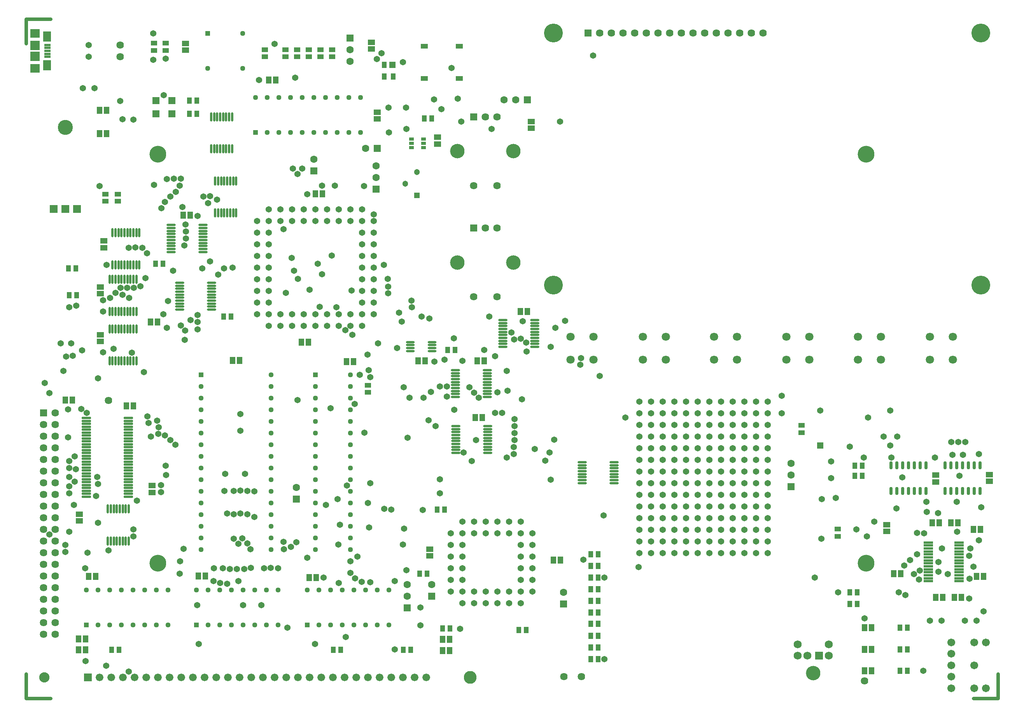
<source format=gts>
%FSLAX25Y25*%
%MOIN*%
G70*
G01*
G75*
G04 Layer_Color=8388736*
%ADD10R,0.04331X0.05512*%
%ADD11R,0.08071X0.01772*%
%ADD12R,0.08071X0.01772*%
%ADD13R,0.05512X0.04331*%
%ADD14O,0.08000X0.01600*%
%ADD15O,0.01575X0.07480*%
%ADD16R,0.05118X0.03937*%
%ADD17R,0.03937X0.05118*%
%ADD18O,0.07480X0.01575*%
%ADD19R,0.07480X0.07087*%
%ADD20R,0.05315X0.01575*%
%ADD21R,0.06299X0.08268*%
%ADD22R,0.07480X0.07480*%
%ADD23O,0.02559X0.06693*%
%ADD24R,0.04000X0.02600*%
%ADD25R,0.05512X0.03937*%
%ADD26R,0.05906X0.05906*%
%ADD27O,0.07087X0.01575*%
%ADD28R,0.03500X0.05000*%
%ADD29R,0.05000X0.05000*%
%ADD30C,0.03000*%
%ADD31C,0.00700*%
%ADD32C,0.00800*%
%ADD33C,0.01000*%
%ADD34R,0.05906X0.05906*%
%ADD35C,0.05906*%
%ADD36C,0.04724*%
%ADD37R,0.04724X0.04724*%
%ADD38C,0.06000*%
%ADD39C,0.04000*%
%ADD40R,0.04000X0.04000*%
%ADD41R,0.05000X0.05000*%
%ADD42C,0.05000*%
%ADD43R,0.06500X0.06500*%
%ADD44C,0.06500*%
%ADD45C,0.12000*%
%ADD46C,0.14000*%
%ADD47R,0.06000X0.06000*%
%ADD48C,0.06693*%
%ADD49C,0.06299*%
%ADD50R,0.04000X0.04000*%
%ADD51C,0.15748*%
%ADD52R,0.06000X0.06000*%
%ADD53C,0.06200*%
%ADD54R,0.06200X0.06200*%
%ADD55C,0.08400*%
%ADD56C,0.10600*%
%ADD57C,0.12500*%
%ADD58C,0.00984*%
%ADD59C,0.00787*%
%ADD60C,0.01200*%
%ADD61C,0.00600*%
%ADD62R,0.04731X0.05912*%
%ADD63R,0.08471X0.02172*%
%ADD64R,0.08471X0.02172*%
%ADD65R,0.05912X0.04731*%
%ADD66O,0.08400X0.02000*%
%ADD67O,0.01975X0.07880*%
%ADD68R,0.05518X0.04337*%
%ADD69R,0.04337X0.05518*%
%ADD70O,0.07880X0.01975*%
%ADD71R,0.07880X0.07487*%
%ADD72R,0.05715X0.01975*%
%ADD73R,0.06699X0.08668*%
%ADD74R,0.07880X0.07880*%
%ADD75O,0.02959X0.07093*%
%ADD76R,0.04400X0.03000*%
%ADD77R,0.05912X0.04337*%
%ADD78R,0.06306X0.06306*%
%ADD79O,0.07487X0.01975*%
%ADD80R,0.03900X0.05400*%
%ADD81R,0.05400X0.05400*%
%ADD82R,0.06306X0.06306*%
%ADD83C,0.06306*%
%ADD84C,0.05124*%
%ADD85R,0.05124X0.05124*%
%ADD86C,0.06400*%
%ADD87C,0.04400*%
%ADD88R,0.04400X0.04400*%
%ADD89R,0.05400X0.05400*%
%ADD90C,0.05400*%
%ADD91R,0.06900X0.06900*%
%ADD92C,0.06900*%
%ADD93C,0.12400*%
%ADD94C,0.14400*%
%ADD95R,0.06400X0.06400*%
%ADD96C,0.07093*%
%ADD97C,0.06699*%
%ADD98R,0.04400X0.04400*%
%ADD99C,0.16148*%
%ADD100R,0.06400X0.06400*%
%ADD101C,0.06600*%
%ADD102R,0.06600X0.06600*%
%ADD103C,0.08800*%
%ADD104C,0.11000*%
%ADD105C,0.12900*%
D30*
X98500Y98500D02*
Y119500D01*
X931500Y98500D02*
Y119500D01*
X98500Y660500D02*
Y681500D01*
Y98500D02*
X119500D01*
X910500D02*
X931500D01*
X98500Y681500D02*
X119500D01*
D62*
X878047Y185000D02*
D03*
X883953D02*
D03*
X205047Y421500D02*
D03*
X210953D02*
D03*
X233047Y513000D02*
D03*
X238953D02*
D03*
X306547Y629000D02*
D03*
X312453D02*
D03*
X352453Y531500D02*
D03*
X346547D02*
D03*
X167453Y603000D02*
D03*
X161547D02*
D03*
X167453Y583000D02*
D03*
X161547D02*
D03*
X184547Y349500D02*
D03*
X190453D02*
D03*
X346953Y202000D02*
D03*
X341047D02*
D03*
X378953Y387500D02*
D03*
X373047D02*
D03*
X143547Y140000D02*
D03*
X149453D02*
D03*
X461453Y139500D02*
D03*
X455547D02*
D03*
X913047Y203000D02*
D03*
X918953D02*
D03*
X910547Y243500D02*
D03*
X916453D02*
D03*
X896953Y249000D02*
D03*
X891047D02*
D03*
X875047D02*
D03*
X880953D02*
D03*
X848000Y205500D02*
D03*
X842094D02*
D03*
X556453Y217000D02*
D03*
X550547D02*
D03*
X137953Y354500D02*
D03*
X132047D02*
D03*
X522047Y430500D02*
D03*
X527953D02*
D03*
X455547Y149000D02*
D03*
X461453D02*
D03*
X822953Y122000D02*
D03*
X817047D02*
D03*
X822953Y159000D02*
D03*
X817047D02*
D03*
X822953Y140500D02*
D03*
X817047D02*
D03*
X440453Y388000D02*
D03*
X434547D02*
D03*
X894047Y185000D02*
D03*
X899953D02*
D03*
X281453Y388500D02*
D03*
X275547D02*
D03*
X334547Y404000D02*
D03*
X340453D02*
D03*
X149453Y149500D02*
D03*
X143547D02*
D03*
X489453Y339500D02*
D03*
X483547D02*
D03*
X157953Y203000D02*
D03*
X152047D02*
D03*
X490953Y388000D02*
D03*
X485047D02*
D03*
X246143Y203500D02*
D03*
X252049D02*
D03*
D63*
X871909Y232134D02*
D03*
D64*
Y229575D02*
D03*
Y227016D02*
D03*
Y224457D02*
D03*
Y221898D02*
D03*
Y219339D02*
D03*
Y216780D02*
D03*
Y214220D02*
D03*
Y211661D02*
D03*
Y209102D02*
D03*
Y206543D02*
D03*
Y203984D02*
D03*
Y201425D02*
D03*
Y198866D02*
D03*
X898091Y232134D02*
D03*
Y229575D02*
D03*
Y227016D02*
D03*
Y224457D02*
D03*
Y221898D02*
D03*
Y219339D02*
D03*
Y216780D02*
D03*
Y214220D02*
D03*
Y211661D02*
D03*
Y209102D02*
D03*
Y206543D02*
D03*
Y203984D02*
D03*
Y201425D02*
D03*
Y198866D02*
D03*
D65*
X531500Y593453D02*
D03*
Y587547D02*
D03*
X235000Y654547D02*
D03*
Y660453D02*
D03*
X399500Y601453D02*
D03*
Y595547D02*
D03*
X444500Y220547D02*
D03*
Y226453D02*
D03*
X451000Y574047D02*
D03*
Y579953D02*
D03*
X924000Y290453D02*
D03*
Y284547D02*
D03*
X878000Y284047D02*
D03*
Y289953D02*
D03*
X836000Y241547D02*
D03*
Y247453D02*
D03*
X165000Y485047D02*
D03*
Y490953D02*
D03*
X144000Y250547D02*
D03*
Y256453D02*
D03*
X162000Y410453D02*
D03*
Y404547D02*
D03*
Y451453D02*
D03*
Y445547D02*
D03*
X394500Y661453D02*
D03*
Y655547D02*
D03*
X206500Y275047D02*
D03*
Y280953D02*
D03*
D66*
X150000Y289000D02*
D03*
Y286500D02*
D03*
Y284000D02*
D03*
Y281500D02*
D03*
Y279000D02*
D03*
Y276500D02*
D03*
Y274000D02*
D03*
Y271500D02*
D03*
Y339000D02*
D03*
X186000D02*
D03*
Y271500D02*
D03*
X150000Y291500D02*
D03*
Y294000D02*
D03*
Y296500D02*
D03*
Y299000D02*
D03*
Y301500D02*
D03*
Y304000D02*
D03*
Y306500D02*
D03*
Y309000D02*
D03*
Y311500D02*
D03*
Y314000D02*
D03*
Y316500D02*
D03*
Y319000D02*
D03*
Y321500D02*
D03*
Y324000D02*
D03*
Y326500D02*
D03*
Y329000D02*
D03*
Y331500D02*
D03*
Y334000D02*
D03*
Y336500D02*
D03*
X186000D02*
D03*
Y334000D02*
D03*
Y331500D02*
D03*
Y329000D02*
D03*
Y326500D02*
D03*
Y324000D02*
D03*
Y321500D02*
D03*
Y319000D02*
D03*
Y316500D02*
D03*
Y314000D02*
D03*
Y311500D02*
D03*
Y309000D02*
D03*
Y306500D02*
D03*
Y304000D02*
D03*
Y301500D02*
D03*
Y299000D02*
D03*
Y296500D02*
D03*
Y294000D02*
D03*
Y291500D02*
D03*
Y289000D02*
D03*
Y286500D02*
D03*
Y284000D02*
D03*
Y281500D02*
D03*
Y279000D02*
D03*
Y276500D02*
D03*
Y274000D02*
D03*
D67*
X171059Y260862D02*
D03*
X173618D02*
D03*
X176177D02*
D03*
X178736D02*
D03*
X183854Y233500D02*
D03*
X181295D02*
D03*
X178736D02*
D03*
X176177D02*
D03*
X173618D02*
D03*
X168500D02*
D03*
X171059D02*
D03*
X183854Y260862D02*
D03*
X181295D02*
D03*
X186413D02*
D03*
X168500D02*
D03*
X186413Y233500D02*
D03*
X272441Y570138D02*
D03*
X269882D02*
D03*
X267323D02*
D03*
X264764D02*
D03*
X259646Y597500D02*
D03*
X262205D02*
D03*
X264764D02*
D03*
X267323D02*
D03*
X269882D02*
D03*
X275000D02*
D03*
X272441D02*
D03*
X259646Y570138D02*
D03*
X262205D02*
D03*
X257087D02*
D03*
X275000D02*
D03*
X257087Y597500D02*
D03*
X275941Y515138D02*
D03*
X273382D02*
D03*
X270823D02*
D03*
X268264D02*
D03*
X263146Y542500D02*
D03*
X265705D02*
D03*
X268264D02*
D03*
X270823D02*
D03*
X273382D02*
D03*
X278500D02*
D03*
X275941D02*
D03*
X263146Y515138D02*
D03*
X265705D02*
D03*
X260587D02*
D03*
X278500D02*
D03*
X260587Y542500D02*
D03*
X170000Y457862D02*
D03*
X177677D02*
D03*
X175118D02*
D03*
X172559D02*
D03*
X193032D02*
D03*
Y430500D02*
D03*
X190472D02*
D03*
X172559D02*
D03*
X170000D02*
D03*
X175118D02*
D03*
X177677D02*
D03*
X180236D02*
D03*
X182795D02*
D03*
X185354D02*
D03*
X187913D02*
D03*
X190472Y457862D02*
D03*
X187913D02*
D03*
X185354D02*
D03*
X182795D02*
D03*
X180236D02*
D03*
X172500Y497862D02*
D03*
X180177D02*
D03*
X177618D02*
D03*
X175059D02*
D03*
X195532D02*
D03*
Y470500D02*
D03*
X192972D02*
D03*
X175059D02*
D03*
X172500D02*
D03*
X177618D02*
D03*
X180177D02*
D03*
X182736D02*
D03*
X185295D02*
D03*
X187854D02*
D03*
X190413D02*
D03*
X192972Y497862D02*
D03*
X190413D02*
D03*
X187854D02*
D03*
X185295D02*
D03*
X182736D02*
D03*
X193000Y388138D02*
D03*
X185323D02*
D03*
X187882D02*
D03*
X190441D02*
D03*
X169969D02*
D03*
Y415500D02*
D03*
X172528D02*
D03*
X190441D02*
D03*
X193000D02*
D03*
X187882D02*
D03*
X185323D02*
D03*
X182764D02*
D03*
X180205D02*
D03*
X177646D02*
D03*
X175087D02*
D03*
X172528Y388138D02*
D03*
X175087D02*
D03*
X177646D02*
D03*
X180205D02*
D03*
X182764D02*
D03*
D68*
X360665Y655150D02*
D03*
Y648850D02*
D03*
X350665Y655150D02*
D03*
Y648850D02*
D03*
X340665D02*
D03*
Y655150D02*
D03*
X330665Y648850D02*
D03*
Y655150D02*
D03*
X320665Y648850D02*
D03*
Y655150D02*
D03*
X208000Y660650D02*
D03*
Y654350D02*
D03*
X218000D02*
D03*
Y660650D02*
D03*
X391500Y360850D02*
D03*
Y367150D02*
D03*
X166500Y524850D02*
D03*
Y531150D02*
D03*
X177000Y524850D02*
D03*
Y531150D02*
D03*
X794000Y243650D02*
D03*
Y237350D02*
D03*
X763000Y332650D02*
D03*
Y326350D02*
D03*
X303000Y655150D02*
D03*
Y648850D02*
D03*
D69*
X588650Y142000D02*
D03*
X582350D02*
D03*
X588650Y152000D02*
D03*
X582350D02*
D03*
X588650Y182000D02*
D03*
X582350D02*
D03*
X588650Y172000D02*
D03*
X582350D02*
D03*
X588650Y162500D02*
D03*
X582350D02*
D03*
X588650Y192000D02*
D03*
X582350D02*
D03*
X459850Y397500D02*
D03*
X466150D02*
D03*
X435850Y205500D02*
D03*
X442150D02*
D03*
X274150Y426000D02*
D03*
X267850D02*
D03*
X215650Y471500D02*
D03*
X209350D02*
D03*
X804350Y179500D02*
D03*
X810650D02*
D03*
X804350Y189500D02*
D03*
X810650D02*
D03*
X847350Y122000D02*
D03*
X853650D02*
D03*
X847350Y159000D02*
D03*
X853650D02*
D03*
X847350Y140500D02*
D03*
X853650D02*
D03*
X141650Y444500D02*
D03*
X135350D02*
D03*
X244650Y600000D02*
D03*
X238350D02*
D03*
Y611500D02*
D03*
X244650D02*
D03*
X815150Y298000D02*
D03*
X808850D02*
D03*
X439850Y596000D02*
D03*
X446150D02*
D03*
X520850Y157000D02*
D03*
X527150D02*
D03*
X141150Y467500D02*
D03*
X134850D02*
D03*
X588650Y202000D02*
D03*
X582350D02*
D03*
X588650Y132000D02*
D03*
X582350D02*
D03*
X450850Y260500D02*
D03*
X457150D02*
D03*
X588650Y212000D02*
D03*
X582350D02*
D03*
X815150Y289500D02*
D03*
X808850D02*
D03*
X455350Y158500D02*
D03*
X461650D02*
D03*
X588650Y222000D02*
D03*
X582350D02*
D03*
X171850Y140000D02*
D03*
X178150D02*
D03*
X421850D02*
D03*
X428150D02*
D03*
X361850D02*
D03*
X368150D02*
D03*
D70*
X602362Y298441D02*
D03*
Y295882D02*
D03*
Y293323D02*
D03*
Y290764D02*
D03*
X575000Y285646D02*
D03*
Y288205D02*
D03*
Y290764D02*
D03*
Y293323D02*
D03*
Y295882D02*
D03*
Y301000D02*
D03*
Y298441D02*
D03*
X602362Y285646D02*
D03*
Y288205D02*
D03*
Y283087D02*
D03*
Y301000D02*
D03*
X575000Y283087D02*
D03*
X466638Y309000D02*
D03*
Y316677D02*
D03*
Y314118D02*
D03*
Y311559D02*
D03*
Y332032D02*
D03*
X494000D02*
D03*
Y329472D02*
D03*
Y311559D02*
D03*
Y309000D02*
D03*
Y314118D02*
D03*
Y316677D02*
D03*
Y319236D02*
D03*
Y321795D02*
D03*
Y324354D02*
D03*
Y326913D02*
D03*
X466638Y329472D02*
D03*
Y326913D02*
D03*
Y324354D02*
D03*
Y321795D02*
D03*
Y319236D02*
D03*
X534362Y412764D02*
D03*
Y410205D02*
D03*
Y407646D02*
D03*
Y405087D02*
D03*
Y402528D02*
D03*
X507000Y405087D02*
D03*
Y407646D02*
D03*
Y410205D02*
D03*
Y412764D02*
D03*
Y415323D02*
D03*
Y417882D02*
D03*
Y423000D02*
D03*
Y420441D02*
D03*
Y402528D02*
D03*
Y399969D02*
D03*
X534362D02*
D03*
Y420441D02*
D03*
Y417882D02*
D03*
Y415323D02*
D03*
Y423000D02*
D03*
X230138Y432000D02*
D03*
Y439677D02*
D03*
Y437118D02*
D03*
Y434559D02*
D03*
Y455032D02*
D03*
X257500D02*
D03*
Y452472D02*
D03*
Y434559D02*
D03*
Y432000D02*
D03*
Y437118D02*
D03*
Y439677D02*
D03*
Y442236D02*
D03*
Y444795D02*
D03*
Y447354D02*
D03*
Y449913D02*
D03*
X230138Y452472D02*
D03*
Y449913D02*
D03*
Y447354D02*
D03*
Y444795D02*
D03*
Y442236D02*
D03*
X222638Y481500D02*
D03*
Y489177D02*
D03*
Y486618D02*
D03*
Y484059D02*
D03*
Y504532D02*
D03*
X250000D02*
D03*
Y501972D02*
D03*
Y484059D02*
D03*
Y481500D02*
D03*
Y486618D02*
D03*
Y489177D02*
D03*
Y491736D02*
D03*
Y494295D02*
D03*
Y496854D02*
D03*
Y499413D02*
D03*
X222638Y501972D02*
D03*
Y499413D02*
D03*
Y496854D02*
D03*
Y494295D02*
D03*
Y491736D02*
D03*
X493862Y380000D02*
D03*
Y372323D02*
D03*
Y374882D02*
D03*
Y377441D02*
D03*
Y356969D02*
D03*
X466500D02*
D03*
Y359528D02*
D03*
Y377441D02*
D03*
Y380000D02*
D03*
Y374882D02*
D03*
Y372323D02*
D03*
Y369764D02*
D03*
Y367205D02*
D03*
Y364646D02*
D03*
Y362087D02*
D03*
X493862Y359528D02*
D03*
Y362087D02*
D03*
Y364646D02*
D03*
Y367205D02*
D03*
Y369764D02*
D03*
D71*
X106240Y668957D02*
D03*
Y639035D02*
D03*
D72*
X116772Y651437D02*
D03*
Y648878D02*
D03*
Y653996D02*
D03*
Y656555D02*
D03*
Y659114D02*
D03*
D73*
X116280Y641791D02*
D03*
Y666201D02*
D03*
D74*
X106240Y649272D02*
D03*
Y658720D02*
D03*
D75*
X839720Y276346D02*
D03*
X844720D02*
D03*
X849720D02*
D03*
X869720D02*
D03*
X864720D02*
D03*
X859720D02*
D03*
X854720D02*
D03*
Y298394D02*
D03*
X859720D02*
D03*
X864720D02*
D03*
X869720D02*
D03*
X849720D02*
D03*
X844720D02*
D03*
X839720D02*
D03*
X886220Y276346D02*
D03*
X891220D02*
D03*
X896220D02*
D03*
X916220D02*
D03*
X911220D02*
D03*
X906220D02*
D03*
X901220D02*
D03*
Y298394D02*
D03*
X906220D02*
D03*
X911220D02*
D03*
X916220D02*
D03*
X896220D02*
D03*
X891220D02*
D03*
X886220D02*
D03*
D76*
X439000Y578500D02*
D03*
Y571000D02*
D03*
Y574750D02*
D03*
X428800Y578500D02*
D03*
Y574750D02*
D03*
Y571000D02*
D03*
D77*
X439756Y630472D02*
D03*
Y658032D02*
D03*
X469744Y658028D02*
D03*
Y630469D02*
D03*
D78*
X223390Y600000D02*
D03*
X209610D02*
D03*
X223390Y611500D02*
D03*
X209610D02*
D03*
X528000Y612000D02*
D03*
X399500Y570500D02*
D03*
D79*
X427602Y396500D02*
D03*
X446500D02*
D03*
X427602Y404177D02*
D03*
Y401618D02*
D03*
Y399059D02*
D03*
X446500Y404177D02*
D03*
Y401618D02*
D03*
Y399059D02*
D03*
D80*
X405500Y632000D02*
D03*
X413000D02*
D03*
X405500Y642000D02*
D03*
D81*
X412500D02*
D03*
D82*
X345000Y551000D02*
D03*
X754000Y280000D02*
D03*
X330000Y269500D02*
D03*
X559000Y179500D02*
D03*
X398500Y535500D02*
D03*
X425000Y176000D02*
D03*
X446000Y186000D02*
D03*
X376000Y665000D02*
D03*
D83*
X345000Y561000D02*
D03*
X754000Y290000D02*
D03*
Y300000D02*
D03*
X330000Y279500D02*
D03*
X518000Y612000D02*
D03*
X508000D02*
D03*
X559000Y189500D02*
D03*
X398500Y555500D02*
D03*
Y545500D02*
D03*
X389500Y570500D02*
D03*
X425000Y186000D02*
D03*
Y196000D02*
D03*
X446000D02*
D03*
X376000Y645000D02*
D03*
Y655000D02*
D03*
D84*
X423500Y540000D02*
D03*
X433500Y550000D02*
D03*
D85*
Y530000D02*
D03*
D86*
X559500Y117000D02*
D03*
X574500D02*
D03*
X817047Y113500D02*
D03*
X502000Y502000D02*
D03*
X492000D02*
D03*
X482000Y443000D02*
D03*
X502000D02*
D03*
Y597500D02*
D03*
X492000D02*
D03*
X482000Y538500D02*
D03*
X502000D02*
D03*
X123500Y343500D02*
D03*
X113500Y333500D02*
D03*
X123500D02*
D03*
X113500Y323500D02*
D03*
X123500D02*
D03*
Y313500D02*
D03*
X113500D02*
D03*
Y303500D02*
D03*
X123500D02*
D03*
Y293500D02*
D03*
X113500D02*
D03*
Y283500D02*
D03*
X123500D02*
D03*
Y273500D02*
D03*
X113500D02*
D03*
Y263500D02*
D03*
X123500D02*
D03*
Y253500D02*
D03*
X113500D02*
D03*
Y243500D02*
D03*
X123500D02*
D03*
Y233500D02*
D03*
X113500D02*
D03*
Y223500D02*
D03*
X123500D02*
D03*
Y213500D02*
D03*
X113500D02*
D03*
Y203500D02*
D03*
X123500D02*
D03*
Y193500D02*
D03*
X113500D02*
D03*
Y183500D02*
D03*
X123500D02*
D03*
Y173500D02*
D03*
X113500D02*
D03*
Y163500D02*
D03*
X123500D02*
D03*
X113500Y153500D02*
D03*
X123500D02*
D03*
X590000Y669500D02*
D03*
X600000D02*
D03*
X610000D02*
D03*
X620000D02*
D03*
X630000D02*
D03*
X640000D02*
D03*
X650000D02*
D03*
X660000D02*
D03*
X670000D02*
D03*
X680000D02*
D03*
X690000D02*
D03*
X700000D02*
D03*
X710000D02*
D03*
X720000D02*
D03*
X730000D02*
D03*
X179000Y649000D02*
D03*
Y659000D02*
D03*
X169000Y354000D02*
D03*
D87*
X284000Y669000D02*
D03*
Y639000D02*
D03*
X254000D02*
D03*
X248500Y366000D02*
D03*
Y356000D02*
D03*
Y346000D02*
D03*
Y336000D02*
D03*
Y326000D02*
D03*
Y316000D02*
D03*
Y306000D02*
D03*
Y296000D02*
D03*
Y286000D02*
D03*
Y276000D02*
D03*
Y266000D02*
D03*
Y256000D02*
D03*
Y246000D02*
D03*
Y236000D02*
D03*
Y226000D02*
D03*
X308500D02*
D03*
Y236000D02*
D03*
Y246000D02*
D03*
Y256000D02*
D03*
Y266000D02*
D03*
Y276000D02*
D03*
Y286000D02*
D03*
Y296000D02*
D03*
Y306000D02*
D03*
Y316000D02*
D03*
Y326000D02*
D03*
Y336000D02*
D03*
Y346000D02*
D03*
Y356000D02*
D03*
Y366000D02*
D03*
Y376000D02*
D03*
X376500D02*
D03*
Y366000D02*
D03*
Y356000D02*
D03*
Y346000D02*
D03*
Y336000D02*
D03*
Y326000D02*
D03*
Y316000D02*
D03*
Y306000D02*
D03*
Y296000D02*
D03*
Y286000D02*
D03*
Y276000D02*
D03*
Y266000D02*
D03*
Y256000D02*
D03*
Y246000D02*
D03*
Y236000D02*
D03*
Y226000D02*
D03*
X346500D02*
D03*
Y236000D02*
D03*
Y246000D02*
D03*
Y256000D02*
D03*
Y266000D02*
D03*
Y276000D02*
D03*
Y286000D02*
D03*
Y296000D02*
D03*
Y306000D02*
D03*
Y316000D02*
D03*
Y326000D02*
D03*
Y336000D02*
D03*
Y346000D02*
D03*
Y356000D02*
D03*
Y366000D02*
D03*
X305000Y584000D02*
D03*
X315000D02*
D03*
X325000D02*
D03*
X335000D02*
D03*
X345000D02*
D03*
X355000D02*
D03*
X365000D02*
D03*
X375000D02*
D03*
X385000D02*
D03*
Y614000D02*
D03*
X375000D02*
D03*
X365000D02*
D03*
X355000D02*
D03*
X345000D02*
D03*
X335000D02*
D03*
X325000D02*
D03*
X315000D02*
D03*
X305000D02*
D03*
X295000D02*
D03*
X160000Y161500D02*
D03*
X170000D02*
D03*
X180000D02*
D03*
X190000D02*
D03*
X200000D02*
D03*
X210000D02*
D03*
X220000D02*
D03*
Y191500D02*
D03*
X210000D02*
D03*
X200000D02*
D03*
X190000D02*
D03*
X180000D02*
D03*
X170000D02*
D03*
X160000D02*
D03*
X150000D02*
D03*
X254500Y161500D02*
D03*
X264500D02*
D03*
X274500D02*
D03*
X284500D02*
D03*
X294500D02*
D03*
X304500D02*
D03*
X314500D02*
D03*
Y191500D02*
D03*
X304500D02*
D03*
X294500D02*
D03*
X284500D02*
D03*
X274500D02*
D03*
X264500D02*
D03*
X254500D02*
D03*
X244500D02*
D03*
X349500Y161500D02*
D03*
X359500D02*
D03*
X369500D02*
D03*
X379500D02*
D03*
X389500D02*
D03*
X399500D02*
D03*
X409500D02*
D03*
Y191500D02*
D03*
X399500D02*
D03*
X389500D02*
D03*
X379500D02*
D03*
X369500D02*
D03*
X359500D02*
D03*
X349500D02*
D03*
X339500D02*
D03*
D88*
X254000Y669000D02*
D03*
X248500Y376000D02*
D03*
X346500D02*
D03*
D89*
X779000Y315500D02*
D03*
D90*
X839000D02*
D03*
Y345500D02*
D03*
X779000D02*
D03*
X624000Y233000D02*
D03*
Y243000D02*
D03*
Y253000D02*
D03*
Y263000D02*
D03*
Y273000D02*
D03*
Y283000D02*
D03*
Y293000D02*
D03*
Y303000D02*
D03*
Y313000D02*
D03*
Y323000D02*
D03*
Y333000D02*
D03*
Y343000D02*
D03*
X634000Y233000D02*
D03*
Y243000D02*
D03*
Y253000D02*
D03*
Y263000D02*
D03*
Y273000D02*
D03*
Y283000D02*
D03*
Y293000D02*
D03*
Y303000D02*
D03*
Y313000D02*
D03*
Y323000D02*
D03*
Y333000D02*
D03*
Y343000D02*
D03*
X644000Y233000D02*
D03*
Y243000D02*
D03*
Y253000D02*
D03*
Y263000D02*
D03*
Y273000D02*
D03*
Y283000D02*
D03*
Y293000D02*
D03*
Y303000D02*
D03*
Y313000D02*
D03*
Y323000D02*
D03*
Y333000D02*
D03*
Y343000D02*
D03*
X654000Y233000D02*
D03*
Y243000D02*
D03*
Y253000D02*
D03*
Y263000D02*
D03*
Y273000D02*
D03*
Y283000D02*
D03*
Y293000D02*
D03*
Y303000D02*
D03*
Y313000D02*
D03*
Y323000D02*
D03*
Y333000D02*
D03*
Y343000D02*
D03*
X664000Y233000D02*
D03*
Y243000D02*
D03*
Y253000D02*
D03*
Y263000D02*
D03*
Y273000D02*
D03*
Y283000D02*
D03*
Y293000D02*
D03*
Y303000D02*
D03*
Y313000D02*
D03*
Y323000D02*
D03*
Y333000D02*
D03*
Y343000D02*
D03*
X674000Y233000D02*
D03*
Y243000D02*
D03*
Y253000D02*
D03*
Y263000D02*
D03*
Y273000D02*
D03*
Y283000D02*
D03*
Y293000D02*
D03*
Y303000D02*
D03*
Y313000D02*
D03*
Y323000D02*
D03*
Y333000D02*
D03*
Y343000D02*
D03*
X684000Y233000D02*
D03*
Y243000D02*
D03*
Y253000D02*
D03*
Y263000D02*
D03*
Y273000D02*
D03*
Y283000D02*
D03*
Y293000D02*
D03*
Y303000D02*
D03*
Y313000D02*
D03*
Y323000D02*
D03*
Y333000D02*
D03*
Y343000D02*
D03*
X694000Y233000D02*
D03*
Y243000D02*
D03*
Y253000D02*
D03*
Y263000D02*
D03*
Y273000D02*
D03*
Y283000D02*
D03*
Y293000D02*
D03*
Y303000D02*
D03*
Y313000D02*
D03*
Y323000D02*
D03*
Y333000D02*
D03*
Y343000D02*
D03*
X704000Y233000D02*
D03*
Y243000D02*
D03*
Y253000D02*
D03*
Y263000D02*
D03*
Y273000D02*
D03*
Y283000D02*
D03*
Y293000D02*
D03*
Y303000D02*
D03*
Y313000D02*
D03*
Y323000D02*
D03*
Y333000D02*
D03*
Y343000D02*
D03*
X714000Y233000D02*
D03*
Y243000D02*
D03*
Y253000D02*
D03*
Y263000D02*
D03*
Y273000D02*
D03*
Y283000D02*
D03*
Y293000D02*
D03*
Y303000D02*
D03*
Y313000D02*
D03*
Y323000D02*
D03*
Y333000D02*
D03*
Y343000D02*
D03*
X724000Y233000D02*
D03*
Y243000D02*
D03*
Y253000D02*
D03*
Y263000D02*
D03*
Y273000D02*
D03*
Y283000D02*
D03*
Y293000D02*
D03*
Y303000D02*
D03*
Y313000D02*
D03*
Y323000D02*
D03*
Y333000D02*
D03*
Y343000D02*
D03*
X734000Y233000D02*
D03*
Y243000D02*
D03*
Y253000D02*
D03*
Y263000D02*
D03*
Y273000D02*
D03*
Y283000D02*
D03*
Y293000D02*
D03*
Y303000D02*
D03*
Y313000D02*
D03*
Y323000D02*
D03*
Y333000D02*
D03*
Y343000D02*
D03*
X296500Y508000D02*
D03*
X306500D02*
D03*
X296500Y498000D02*
D03*
Y488000D02*
D03*
X306500D02*
D03*
X296500Y478000D02*
D03*
X306500D02*
D03*
X296500Y468000D02*
D03*
X306500D02*
D03*
X296500Y458000D02*
D03*
X306500D02*
D03*
X296500Y448000D02*
D03*
X306500D02*
D03*
X296500Y438000D02*
D03*
X306500D02*
D03*
X296500Y428000D02*
D03*
X306500Y418000D02*
D03*
Y428000D02*
D03*
X316500Y418000D02*
D03*
Y428000D02*
D03*
X326500Y418000D02*
D03*
Y428000D02*
D03*
X336500Y418000D02*
D03*
Y428000D02*
D03*
X346500Y418000D02*
D03*
Y428000D02*
D03*
X356500Y418000D02*
D03*
Y428000D02*
D03*
X366500Y418000D02*
D03*
Y428000D02*
D03*
X376500Y418000D02*
D03*
Y428000D02*
D03*
X386500Y418000D02*
D03*
Y428000D02*
D03*
X396500D02*
D03*
Y438000D02*
D03*
X386500D02*
D03*
X396500Y448000D02*
D03*
X386500D02*
D03*
X396500Y458000D02*
D03*
X386500D02*
D03*
X396500Y468000D02*
D03*
X386500D02*
D03*
X396500Y478000D02*
D03*
X386500D02*
D03*
X396500Y488000D02*
D03*
X386500D02*
D03*
X396500Y498000D02*
D03*
X386500D02*
D03*
X396500Y508000D02*
D03*
X386500Y518000D02*
D03*
Y508000D02*
D03*
X376500Y518000D02*
D03*
Y508000D02*
D03*
X366500Y518000D02*
D03*
Y508000D02*
D03*
X356500Y518000D02*
D03*
Y508000D02*
D03*
X346500Y518000D02*
D03*
Y508000D02*
D03*
X336500Y518000D02*
D03*
Y508000D02*
D03*
X326500Y518000D02*
D03*
Y508000D02*
D03*
X316500Y518000D02*
D03*
Y508000D02*
D03*
X306500Y518000D02*
D03*
Y498000D02*
D03*
X502500Y240000D02*
D03*
X492500Y250000D02*
D03*
Y240000D02*
D03*
X482500Y250000D02*
D03*
Y240000D02*
D03*
X472500Y250000D02*
D03*
X462500Y240000D02*
D03*
X472500D02*
D03*
X462500Y230000D02*
D03*
X472500D02*
D03*
X462500Y220000D02*
D03*
X472500D02*
D03*
X462500Y210000D02*
D03*
X472500D02*
D03*
X462500Y200000D02*
D03*
X472500D02*
D03*
X462500Y190000D02*
D03*
X472500Y180000D02*
D03*
Y190000D02*
D03*
X482500Y180000D02*
D03*
Y190000D02*
D03*
X492500Y180000D02*
D03*
Y190000D02*
D03*
X502500Y180000D02*
D03*
Y190000D02*
D03*
X512500Y180000D02*
D03*
Y190000D02*
D03*
X522500Y180000D02*
D03*
X532500Y190000D02*
D03*
X522500D02*
D03*
X532500Y200000D02*
D03*
X522500D02*
D03*
X532500Y210000D02*
D03*
X522500D02*
D03*
X532500Y220000D02*
D03*
X522500D02*
D03*
X532500Y230000D02*
D03*
X522500D02*
D03*
X532500Y240000D02*
D03*
X522500Y250000D02*
D03*
Y240000D02*
D03*
X512500Y250000D02*
D03*
Y240000D02*
D03*
X502500Y250000D02*
D03*
X152000Y649000D02*
D03*
Y659000D02*
D03*
X903000Y165000D02*
D03*
X913000D02*
D03*
X883000D02*
D03*
X873000D02*
D03*
X734000Y223000D02*
D03*
X724000D02*
D03*
X674000D02*
D03*
X684000D02*
D03*
X664000D02*
D03*
X704000D02*
D03*
X714000D02*
D03*
X694000D02*
D03*
X644000D02*
D03*
X654000D02*
D03*
X634000D02*
D03*
X624000D02*
D03*
X734000Y353000D02*
D03*
X724000D02*
D03*
X704000D02*
D03*
X714000D02*
D03*
X694000D02*
D03*
X654000D02*
D03*
X664000D02*
D03*
X644000D02*
D03*
X684000D02*
D03*
X674000D02*
D03*
X634000D02*
D03*
X624000D02*
D03*
X880000Y257500D02*
D03*
X919000Y173000D02*
D03*
X896500Y241500D02*
D03*
X906927Y184073D02*
D03*
X864515Y208077D02*
D03*
X859500Y205000D02*
D03*
X863675Y200500D02*
D03*
X862000Y222000D02*
D03*
X856000Y217000D02*
D03*
X576000Y217500D02*
D03*
X263000Y462000D02*
D03*
X612000Y339500D02*
D03*
X746000Y358000D02*
D03*
Y343000D02*
D03*
X820000Y339500D02*
D03*
X780500Y269500D02*
D03*
X780000Y235500D02*
D03*
X792500Y270500D02*
D03*
X556000Y593500D02*
D03*
X298000Y629000D02*
D03*
X409000Y605250D02*
D03*
X584500Y650000D02*
D03*
X159500Y288500D02*
D03*
X160000Y282500D02*
D03*
X214000Y281500D02*
D03*
X158500Y272000D02*
D03*
X193500Y268000D02*
D03*
X150500Y343500D02*
D03*
X218010Y298010D02*
D03*
X218500Y290000D02*
D03*
X774500Y202000D02*
D03*
X355500Y264500D02*
D03*
X409500Y584000D02*
D03*
X424500Y587000D02*
D03*
X421500Y230500D02*
D03*
X161500Y538000D02*
D03*
X128000Y403000D02*
D03*
X149500Y130500D02*
D03*
X167000Y126500D02*
D03*
X230500Y216000D02*
D03*
X200792Y459000D02*
D03*
X478500Y365500D02*
D03*
X459000Y357500D02*
D03*
X214000Y275500D02*
D03*
X348500Y471500D02*
D03*
X328000Y465500D02*
D03*
X331500Y458500D02*
D03*
X321000Y446500D02*
D03*
X495500Y426000D02*
D03*
X490953Y397453D02*
D03*
X543300Y302500D02*
D03*
X551000Y320500D02*
D03*
X573500Y384700D02*
D03*
X548000Y400000D02*
D03*
X547000Y309500D02*
D03*
X548000Y286000D02*
D03*
X514500Y412500D02*
D03*
X500500Y392000D02*
D03*
X510500Y379500D02*
D03*
X502500Y361000D02*
D03*
X511000Y362500D02*
D03*
X465454Y345954D02*
D03*
X425500Y322000D02*
D03*
X438500Y260000D02*
D03*
X382500Y220000D02*
D03*
X366500Y197500D02*
D03*
X386000Y198500D02*
D03*
X524000Y422000D02*
D03*
X427000Y356500D02*
D03*
X393500Y374000D02*
D03*
X392000Y380000D02*
D03*
X151000Y223500D02*
D03*
X160000Y373000D02*
D03*
X146500Y397000D02*
D03*
X436500Y161000D02*
D03*
X372500Y151000D02*
D03*
X346000Y145000D02*
D03*
X246500D02*
D03*
X439000Y356500D02*
D03*
X359500Y347500D02*
D03*
X380000Y351000D02*
D03*
X445500Y361500D02*
D03*
X482480Y360541D02*
D03*
X486500Y356500D02*
D03*
X384500Y376000D02*
D03*
X453000Y274500D02*
D03*
X473450Y309500D02*
D03*
X484000Y320000D02*
D03*
X574000Y390500D02*
D03*
X590000Y375000D02*
D03*
X593500Y255500D02*
D03*
X623500Y211000D02*
D03*
X245000Y178500D02*
D03*
X284500D02*
D03*
X300000D02*
D03*
X135500Y434000D02*
D03*
X137000Y403000D02*
D03*
X216500Y616000D02*
D03*
X190500Y595000D02*
D03*
X443500Y337000D02*
D03*
X459000Y366000D02*
D03*
X448500Y387500D02*
D03*
X472500Y388000D02*
D03*
X436500Y176500D02*
D03*
X169000Y225500D02*
D03*
X149000Y210000D02*
D03*
X211800Y325300D02*
D03*
X217500Y324000D02*
D03*
X222000Y320000D02*
D03*
X226500Y316000D02*
D03*
X212000Y331000D02*
D03*
X203550Y334800D02*
D03*
X210750Y336719D02*
D03*
X372000Y414200D02*
D03*
X391000Y393500D02*
D03*
X422000Y365500D02*
D03*
X377500Y448500D02*
D03*
X341500Y449000D02*
D03*
X164500Y430500D02*
D03*
Y440000D02*
D03*
X268000Y467500D02*
D03*
X275500Y468000D02*
D03*
X352000Y462500D02*
D03*
X810000Y243500D02*
D03*
X868000Y240000D02*
D03*
X794500Y189500D02*
D03*
X421500Y644500D02*
D03*
X403000Y652000D02*
D03*
X207500Y669000D02*
D03*
Y646500D02*
D03*
X218000Y647500D02*
D03*
X181000Y595500D02*
D03*
X225000Y544500D02*
D03*
X219000Y544000D02*
D03*
X231000Y544500D02*
D03*
X230000Y538500D02*
D03*
X226904Y533111D02*
D03*
X222000Y529000D02*
D03*
X217500Y524500D02*
D03*
X214500Y519000D02*
D03*
X867500Y122000D02*
D03*
X500500Y343500D02*
D03*
X517000Y338000D02*
D03*
Y332000D02*
D03*
X516500Y314000D02*
D03*
Y308000D02*
D03*
X208000Y539000D02*
D03*
X167500Y470500D02*
D03*
X454500Y604000D02*
D03*
X141500Y435500D02*
D03*
X196500Y452000D02*
D03*
X190800Y450832D02*
D03*
X185100D02*
D03*
X179400D02*
D03*
X186640Y442100D02*
D03*
X181185Y444706D02*
D03*
X175000Y446500D02*
D03*
X170500Y442000D02*
D03*
X846500Y189500D02*
D03*
X888500Y205000D02*
D03*
X851957Y186896D02*
D03*
X186500Y485000D02*
D03*
X192200Y485232D02*
D03*
X198000Y485000D02*
D03*
X202000Y480500D02*
D03*
X322500Y159000D02*
D03*
X199500Y378500D02*
D03*
X319000Y501000D02*
D03*
X418200Y429200D02*
D03*
X420505Y421800D02*
D03*
X327000Y553000D02*
D03*
X331000Y548500D02*
D03*
X179000Y611000D02*
D03*
X335000Y553000D02*
D03*
X465000Y407500D02*
D03*
X523500Y355000D02*
D03*
X594000Y202000D02*
D03*
Y132000D02*
D03*
X506500Y343500D02*
D03*
X517000Y320000D02*
D03*
Y326000D02*
D03*
X510500Y305000D02*
D03*
X522500Y407000D02*
D03*
X453000Y366000D02*
D03*
X527500Y396000D02*
D03*
X516739Y406471D02*
D03*
X429000Y434000D02*
D03*
X408800Y445909D02*
D03*
X527230Y403669D02*
D03*
X428700Y439700D02*
D03*
X408800Y451609D02*
D03*
X157000Y622000D02*
D03*
X147000D02*
D03*
X376500Y216000D02*
D03*
Y206000D02*
D03*
X230000Y205500D02*
D03*
X259500Y210000D02*
D03*
X276500Y235500D02*
D03*
Y256500D02*
D03*
Y276500D02*
D03*
X267000Y210000D02*
D03*
X280500Y231000D02*
D03*
X270800Y256950D02*
D03*
X190500Y237500D02*
D03*
Y243500D02*
D03*
X189241Y395168D02*
D03*
X233400Y226833D02*
D03*
X259000Y199000D02*
D03*
X273000Y209500D02*
D03*
X283761Y235800D02*
D03*
X282200Y256950D02*
D03*
Y276800D02*
D03*
X282000Y328000D02*
D03*
Y342500D02*
D03*
X264755Y197290D02*
D03*
X279000Y209500D02*
D03*
X288000Y231500D02*
D03*
Y256500D02*
D03*
Y276500D02*
D03*
X268500D02*
D03*
X285500Y209500D02*
D03*
X290761Y226200D02*
D03*
X294000Y254000D02*
D03*
Y276000D02*
D03*
X286000Y291000D02*
D03*
X269000D02*
D03*
X270800Y196835D02*
D03*
X280500Y199000D02*
D03*
X291200Y210300D02*
D03*
X319190Y232800D02*
D03*
X331000Y354500D02*
D03*
X302500Y210000D02*
D03*
X319500Y226500D02*
D03*
X308200Y210300D02*
D03*
X325500Y228500D02*
D03*
X314500Y210000D02*
D03*
X330000Y232500D02*
D03*
X339500Y219000D02*
D03*
X366000Y230500D02*
D03*
X367500Y247500D02*
D03*
X365500Y269500D02*
D03*
X353500Y202000D02*
D03*
X380500Y201500D02*
D03*
X388500Y326500D02*
D03*
X414500Y140500D02*
D03*
Y199000D02*
D03*
X424500Y208500D02*
D03*
X422500Y244000D02*
D03*
X391500Y266000D02*
D03*
X405500Y261000D02*
D03*
X411500Y260500D02*
D03*
X393500Y198000D02*
D03*
X392500Y245000D02*
D03*
X416500Y399000D02*
D03*
X339500Y531000D02*
D03*
X250500Y529000D02*
D03*
X254500Y523500D02*
D03*
X497500Y587000D02*
D03*
X256200Y529200D02*
D03*
X262000Y526500D02*
D03*
X245500Y512500D02*
D03*
X232500Y520000D02*
D03*
X224500Y465500D02*
D03*
X311500Y660000D02*
D03*
X173500Y398500D02*
D03*
X350000Y434500D02*
D03*
X364500Y434000D02*
D03*
X249500Y467500D02*
D03*
X256000Y473500D02*
D03*
X326000Y476500D02*
D03*
X360500Y478500D02*
D03*
X352000Y538500D02*
D03*
X363000D02*
D03*
X388000Y538000D02*
D03*
X424000Y605250D02*
D03*
X405000Y470500D02*
D03*
X408500Y458500D02*
D03*
X437500Y426000D02*
D03*
X449500Y332000D02*
D03*
X396477Y513790D02*
D03*
X329000Y631000D02*
D03*
X399000Y647000D02*
D03*
X463000Y639500D02*
D03*
X471500Y593500D02*
D03*
X560500Y422500D02*
D03*
X552000Y416500D02*
D03*
X400000Y403000D02*
D03*
X378000Y410500D02*
D03*
X164500Y395500D02*
D03*
X138500Y392500D02*
D03*
X132800Y391700D02*
D03*
X393500Y283000D02*
D03*
X373500Y281000D02*
D03*
X457000Y389000D02*
D03*
X444000Y424500D02*
D03*
X468302Y612900D02*
D03*
X448000Y612500D02*
D03*
X891500Y318500D02*
D03*
X897500D02*
D03*
X901500Y307500D02*
D03*
X892500D02*
D03*
X816500Y305000D02*
D03*
X840000D02*
D03*
X877500D02*
D03*
X903500Y318500D02*
D03*
X534500Y312500D02*
D03*
X480500Y302000D02*
D03*
X849500Y288000D02*
D03*
X844500Y261500D02*
D03*
X862000Y240500D02*
D03*
X880500Y207000D02*
D03*
X915000Y308000D02*
D03*
X896000Y267000D02*
D03*
X880500Y215500D02*
D03*
X883500Y227000D02*
D03*
X907000Y201000D02*
D03*
X910500Y211500D02*
D03*
X906800Y220800D02*
D03*
X907616Y226884D02*
D03*
X817000Y167000D02*
D03*
X819000Y237500D02*
D03*
X870000Y267000D02*
D03*
X845000Y323000D02*
D03*
X833500D02*
D03*
X788490Y301610D02*
D03*
X898500Y289500D02*
D03*
X870500Y258500D02*
D03*
X825500Y250000D02*
D03*
X788500Y287500D02*
D03*
X804500Y314500D02*
D03*
X470500Y158000D02*
D03*
X202500Y340500D02*
D03*
X205500Y323000D02*
D03*
X851000Y212500D02*
D03*
X453000Y286500D02*
D03*
X219000Y416500D02*
D03*
X234500Y406000D02*
D03*
X245500Y415000D02*
D03*
Y427500D02*
D03*
Y421500D02*
D03*
X239500Y423000D02*
D03*
X234833Y414000D02*
D03*
X231000Y418500D02*
D03*
X216000Y428000D02*
D03*
X220000Y439500D02*
D03*
X235000Y505000D02*
D03*
X235500Y499000D02*
D03*
Y493000D02*
D03*
X234000Y487000D02*
D03*
X145600Y346661D02*
D03*
X140000Y306000D02*
D03*
X135500Y302000D02*
D03*
Y296000D02*
D03*
X141200Y294900D02*
D03*
X135500Y288500D02*
D03*
X140000Y284500D02*
D03*
X135500Y280500D02*
D03*
Y274500D02*
D03*
X132000Y230000D02*
D03*
Y224000D02*
D03*
X130500Y379500D02*
D03*
X118500Y360500D02*
D03*
X114500Y369000D02*
D03*
X118500Y239000D02*
D03*
X160000Y249000D02*
D03*
X135550Y241500D02*
D03*
X139500Y264500D02*
D03*
X134500Y322500D02*
D03*
X134400Y346500D02*
D03*
X186360Y121500D02*
D03*
X917000Y262500D02*
D03*
X915000Y234000D02*
D03*
D91*
X778232Y135000D02*
D03*
D92*
X786500D02*
D03*
Y144843D02*
D03*
X759728D02*
D03*
Y135000D02*
D03*
X767996D02*
D03*
D93*
X773114Y120039D02*
D03*
X468000Y472500D02*
D03*
X516000D02*
D03*
X468000Y568000D02*
D03*
X516000D02*
D03*
D94*
X818500Y565500D02*
D03*
Y214500D02*
D03*
X211500Y565500D02*
D03*
Y214500D02*
D03*
D95*
X482000Y502000D02*
D03*
Y597500D02*
D03*
X113500Y343500D02*
D03*
D96*
X873000Y389000D02*
D03*
X892685D02*
D03*
Y408685D02*
D03*
X873000D02*
D03*
X811500Y389000D02*
D03*
X831185D02*
D03*
Y408685D02*
D03*
X811500D02*
D03*
X750000Y389000D02*
D03*
X769685D02*
D03*
Y408685D02*
D03*
X750000D02*
D03*
X688000Y389000D02*
D03*
X707685D02*
D03*
Y408685D02*
D03*
X688000D02*
D03*
X627000Y389000D02*
D03*
X646685D02*
D03*
Y408685D02*
D03*
X627000D02*
D03*
X565000Y389000D02*
D03*
X584685D02*
D03*
Y408685D02*
D03*
X565000D02*
D03*
D97*
X891500Y136657D02*
D03*
Y116972D02*
D03*
Y107130D02*
D03*
X911185Y146500D02*
D03*
Y107130D02*
D03*
X921028Y146500D02*
D03*
Y107130D02*
D03*
X911185Y126815D02*
D03*
X891500D02*
D03*
Y146500D02*
D03*
D98*
X295000Y584000D02*
D03*
X150000Y161500D02*
D03*
X244500D02*
D03*
X339500D02*
D03*
D99*
X550472Y452965D02*
D03*
X916614D02*
D03*
Y669500D02*
D03*
X550472D02*
D03*
D100*
X580000D02*
D03*
D101*
X441500Y116500D02*
D03*
X431500D02*
D03*
X421500D02*
D03*
X411500D02*
D03*
X401500D02*
D03*
X391500D02*
D03*
X381500D02*
D03*
X371500D02*
D03*
X361500D02*
D03*
X351500D02*
D03*
X341500D02*
D03*
X331500D02*
D03*
X321500D02*
D03*
X311500D02*
D03*
X301500D02*
D03*
X291500D02*
D03*
X281500D02*
D03*
X271500D02*
D03*
X261500D02*
D03*
X251500D02*
D03*
X241500D02*
D03*
X231500D02*
D03*
X221500D02*
D03*
X211500D02*
D03*
X201500D02*
D03*
X191500D02*
D03*
X181500D02*
D03*
X171500D02*
D03*
X161500D02*
D03*
D102*
X151500D02*
D03*
X122000Y518500D02*
D03*
X132000D02*
D03*
X142000D02*
D03*
D103*
X114000Y116500D02*
D03*
D104*
X479000D02*
D03*
D105*
X132000Y588500D02*
D03*
M02*

</source>
